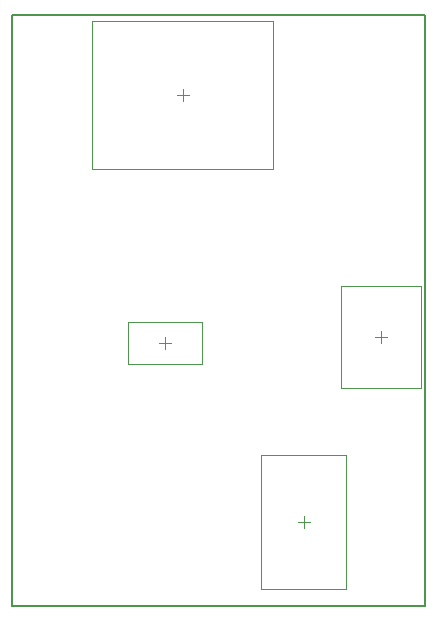
<source format=gbp>
G04 Layer_Color=128*
%FSLAX43Y43*%
%MOMM*%
G71*
G01*
G75*
%ADD28C,0.200*%
%ADD29C,0.100*%
%ADD30C,0.050*%
D28*
X261430Y250000D02*
X275019Y250000D01*
X250000Y250000D02*
X261430D01*
X250000D02*
X250000Y300000D01*
X285000Y300000D01*
X285000Y250000D02*
X285000Y300000D01*
X275019Y250000D02*
X285000Y250000D01*
D29*
X264500Y292750D02*
Y293750D01*
X264000Y293250D02*
X265000D01*
X262500Y272250D02*
X263500D01*
X263000Y271750D02*
Y272750D01*
X274250Y257100D02*
X275250D01*
X274750Y256600D02*
Y257600D01*
X280750Y272750D02*
X281750D01*
X281250Y272250D02*
Y273250D01*
D30*
X256850Y299500D02*
X272150D01*
X256850Y287000D02*
X272150D01*
X256850D02*
Y299500D01*
X272150Y287000D02*
Y299500D01*
X266150Y270450D02*
Y274050D01*
X259850Y270450D02*
Y274050D01*
Y270450D02*
X266150D01*
X259850Y274050D02*
X266150D01*
X271150Y251450D02*
Y262750D01*
X278350Y251450D02*
Y262750D01*
X271150Y251450D02*
X278350D01*
X271150Y262750D02*
X278350D01*
X284650Y268425D02*
Y277075D01*
X277850Y268425D02*
Y277075D01*
X284650D01*
X277850Y268425D02*
X284650D01*
M02*

</source>
